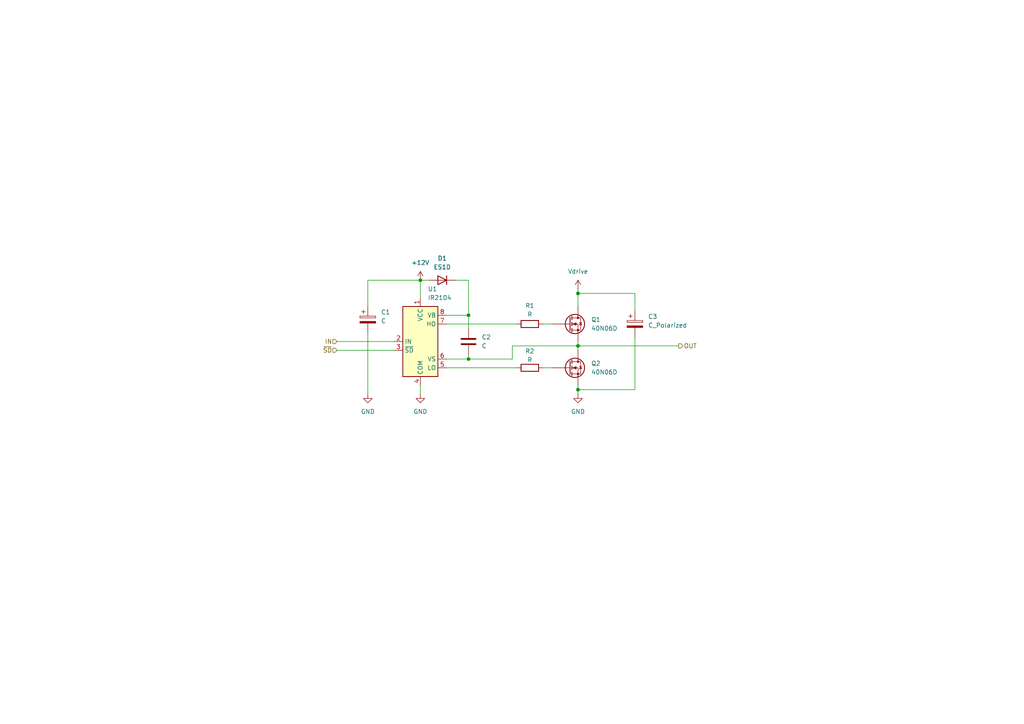
<source format=kicad_sch>
(kicad_sch (version 20250114) (generator "eeschema") (generator_version "9.0")
  (paper "A4")
  (lib_symbols
    (symbol "Device:C" (pin_numbers (hide yes)) (pin_names (offset 0.254))
      (property "Reference" "C" (at 0.635 2.54 0))
      (property "Value" "C" (at 0.635 -2.54 0))
      (symbol "C_0_1"
        (polyline (pts (xy -2.032 0.762) (xy 2.032 0.762)) (stroke (width 0.508)))
        (polyline (pts (xy -2.032 -0.762) (xy 2.032 -0.762)) (stroke (width 0.508)))
      )
      (symbol "C_1_1"
        (pin passive line (at 0 3.81 270) (length 2.794) (name "~") (number "1"))
        (pin passive line (at 0 -3.81 90) (length 2.794) (name "~") (number "2"))
      )
    )
    (symbol "Device:C_Polarized" (pin_numbers (hide yes)) (pin_names (offset 0.254))
      (property "Reference" "C" (at 0.635 2.54 0))
      (property "Value" "C_Polarized" (at 0.635 -2.54 0))
      (symbol "C_Polarized_0_1"
        (rectangle (start -2.286 0.508) (end 2.286 1.016))
        (polyline (pts (xy -1.778 2.286) (xy -0.762 2.286)))
        (polyline (pts (xy -1.27 2.794) (xy -1.27 1.778)))
        (rectangle (start 2.286 -0.508) (end -2.286 -1.016) (fill (type outline)))
      )
      (symbol "C_Polarized_1_1"
        (pin passive line (at 0 3.81 270) (length 2.794) (name "~") (number "1"))
        (pin passive line (at 0 -3.81 90) (length 2.794) (name "~") (number "2"))
      )
    )
    (symbol "Device:D" (pin_numbers (hide yes)) (pin_names (offset 1.016) (hide yes))
      (property "Reference" "D" (at 0 2.54 0))
      (property "Value" "D" (at 0 -2.54 0))
      (symbol "D_0_1"
        (polyline (pts (xy -1.27 1.27) (xy -1.27 -1.27)) (stroke (width 0.254)))
        (polyline (pts (xy 1.27 1.27) (xy 1.27 -1.27) (xy -1.27 0) (xy 1.27 1.27)) (stroke (width 0.254)))
        (polyline (pts (xy 1.27 0) (xy -1.27 0)))
      )
      (symbol "D_1_1"
        (pin passive line (at -3.81 0 0) (length 2.54) (name "K") (number "1"))
        (pin passive line (at 3.81 0 180) (length 2.54) (name "A") (number "2"))
      )
    )
    (symbol "Device:Q_NMOS" (pin_numbers (hide yes)) (pin_names (offset 0) (hide yes))
      (property "Reference" "Q" (at 5.08 1.27 0))
      (property "Value" "Q_NMOS" (at 5.08 -1.27 0))
      (symbol "Q_NMOS_0_1"
        (polyline (pts (xy 0.254 1.905) (xy 0.254 -1.905)) (stroke (width 0.254)))
        (polyline (pts (xy 0.254 0) (xy -2.54 0)))
        (polyline (pts (xy 0.762 2.286) (xy 0.762 1.27)) (stroke (width 0.254)))
        (polyline (pts (xy 0.762 0.508) (xy 0.762 -0.508)) (stroke (width 0.254)))
        (polyline (pts (xy 0.762 -1.27) (xy 0.762 -2.286)) (stroke (width 0.254)))
        (polyline (pts (xy 0.762 -1.778) (xy 3.302 -1.778) (xy 3.302 1.778) (xy 0.762 1.778)))
        (polyline (pts (xy 1.016 0) (xy 2.032 0.381) (xy 2.032 -0.381) (xy 1.016 0)) (fill (type outline)))
        (circle (center 1.651 0) (radius 2.794) (stroke (width 0.254)))
        (polyline (pts (xy 2.54 2.54) (xy 2.54 1.778)))
        (circle (center 2.54 1.778) (radius 0.254) (fill (type outline)))
        (circle (center 2.54 -1.778) (radius 0.254) (fill (type outline)))
        (polyline (pts (xy 2.54 -2.54) (xy 2.54 0) (xy 0.762 0)))
        (polyline (pts (xy 2.921 0.381) (xy 3.683 0.381)))
        (polyline (pts (xy 3.302 0.381) (xy 2.921 -0.254) (xy 3.683 -0.254) (xy 3.302 0.381)))
      )
      (symbol "Q_NMOS_1_1"
        (pin input line (at -5.08 0 0) (length 2.54) (name "G") (number "G"))
        (pin passive line (at 2.54 5.08 270) (length 2.54) (name "D") (number "D"))
        (pin passive line (at 2.54 -5.08 90) (length 2.54) (name "S") (number "S"))
      )
    )
    (symbol "Device:R" (pin_numbers (hide yes)) (pin_names (offset 0))
      (property "Reference" "R" (at 2.032 0 90))
      (property "Value" "R" (at 0 0 90))
      (symbol "R_0_1"
        (rectangle (start -1.016 -2.54) (end 1.016 2.54) (stroke (width 0.254)))
      )
      (symbol "R_1_1"
        (pin passive line (at 0 3.81 270) (length 1.27) (name "~") (number "1"))
        (pin passive line (at 0 -3.81 90) (length 1.27) (name "~") (number "2"))
      )
    )
    (symbol "Driver_FET:IR2104"
      (property "Reference" "U" (at 1.27 13.335 0))
      (property "Value" "IR2104" (at 1.27 11.43 0))
      (symbol "IR2104_0_1"
        (rectangle (start -5.08 -10.16) (end 5.08 10.16) (stroke (width 0.254)) (fill (type background)))
      )
      (symbol "IR2104_1_1"
        (pin input line (at -7.62 0 0) (length 2.54) (name "IN") (number "2"))
        (pin input line (at -7.62 -2.54 0) (length 2.54) (name "~{SD}") (number "3"))
        (pin power_in line (at 0 12.7 270) (length 2.54) (name "VCC") (number "1"))
        (pin power_in line (at 0 -12.7 90) (length 2.54) (name "COM") (number "4"))
        (pin passive line (at 7.62 7.62 180) (length 2.54) (name "VB") (number "8"))
        (pin output line (at 7.62 5.08 180) (length 2.54) (name "HO") (number "7"))
        (pin passive line (at 7.62 -5.08 180) (length 2.54) (name "VS") (number "6"))
        (pin output line (at 7.62 -7.62 180) (length 2.54) (name "LO") (number "5"))
      )
    )
    (symbol "power:+12V" (power) (pin_numbers (hide yes)) (pin_names (offset 0) (hide yes))
      (property "Value" "+12V" (at 0 3.556 0))
      (symbol "+12V_0_1"
        (polyline (pts (xy -0.762 1.27) (xy 0 2.54)))
        (polyline (pts (xy 0 2.54) (xy 0.762 1.27)))
        (polyline (pts (xy 0 0) (xy 0 2.54)))
      )
      (symbol "+12V_1_1"
        (pin power_in line (at 0 0 90) (length 0) (name "~") (number "1"))
      )
    )
    (symbol "power:GND" (power) (pin_numbers (hide yes)) (pin_names (offset 0) (hide yes))
      (property "Value" "GND" (at 0 -3.81 0))
      (symbol "GND_0_1"
        (polyline (pts (xy 0 0) (xy 0 -1.27) (xy 1.27 -1.27) (xy 0 -2.54) (xy -1.27 -1.27) (xy 0 -1.27)))
      )
      (symbol "GND_1_1"
        (pin power_in line (at 0 0 270) (length 0) (name "~") (number "1"))
      )
    )
    (symbol "power:Vdrive" (power) (pin_numbers (hide yes)) (pin_names (offset 0) (hide yes))
      (property "Value" "Vdrive" (at 0 3.556 0))
      (symbol "Vdrive_0_1"
        (polyline (pts (xy -0.762 1.27) (xy 0 2.54)))
        (polyline (pts (xy 0 2.54) (xy 0.762 1.27)))
        (polyline (pts (xy 0 0) (xy 0 2.54)))
      )
      (symbol "Vdrive_1_1"
        (pin power_in line (at 0 0 90) (length 0) (name "~") (number "1"))
      )
    )
  )
  (junction (at 135.89 104.14))
  (junction (at 135.89 91.44))
  (junction (at 167.64 100.33))
  (junction (at 167.64 113.03))
  (junction (at 167.64 85.09))
  (junction (at 121.92 81.28))
  (wire (pts (xy 167.64 113.03) (xy 167.64 114.3)))
  (wire (pts (xy 184.15 85.09) (xy 167.64 85.09)))
  (wire (pts (xy 167.64 111.76) (xy 167.64 113.03)))
  (wire (pts (xy 157.48 106.68) (xy 160.02 106.68)))
  (wire (pts (xy 167.64 99.06) (xy 167.64 100.33)))
  (wire (pts (xy 106.68 81.28) (xy 121.92 81.28)))
  (wire (pts (xy 184.15 113.03) (xy 167.64 113.03)))
  (wire (pts (xy 129.54 93.98) (xy 149.86 93.98)))
  (wire (pts (xy 184.15 97.79) (xy 184.15 113.03)))
  (wire (pts (xy 121.92 81.28) (xy 124.46 81.28)))
  (wire (pts (xy 135.89 104.14) (xy 148.59 104.14)))
  (wire (pts (xy 132.08 81.28) (xy 135.89 81.28)))
  (wire (pts (xy 97.79 101.6) (xy 114.3 101.6)))
  (wire (pts (xy 148.59 104.14) (xy 148.59 100.33)))
  (wire (pts (xy 167.64 83.82) (xy 167.64 85.09)))
  (wire (pts (xy 148.59 100.33) (xy 167.64 100.33)))
  (wire (pts (xy 167.64 100.33) (xy 167.64 101.6)))
  (wire (pts (xy 106.68 96.52) (xy 106.68 114.3)))
  (wire (pts (xy 184.15 90.17) (xy 184.15 85.09)))
  (wire (pts (xy 157.48 93.98) (xy 160.02 93.98)))
  (wire (pts (xy 97.79 99.06) (xy 114.3 99.06)))
  (wire (pts (xy 135.89 102.87) (xy 135.89 104.14)))
  (wire (pts (xy 129.54 106.68) (xy 149.86 106.68)))
  (wire (pts (xy 121.92 86.36) (xy 121.92 81.28)))
  (wire (pts (xy 167.64 100.33) (xy 196.85 100.33)))
  (wire (pts (xy 106.68 88.9) (xy 106.68 81.28)))
  (wire (pts (xy 129.54 104.14) (xy 135.89 104.14)))
  (wire (pts (xy 135.89 81.28) (xy 135.89 91.44)))
  (wire (pts (xy 129.54 91.44) (xy 135.89 91.44)))
  (wire (pts (xy 135.89 95.25) (xy 135.89 91.44)))
  (wire (pts (xy 167.64 85.09) (xy 167.64 88.9)))
  (wire (pts (xy 121.92 111.76) (xy 121.92 114.3)))
  (hierarchical_label "~{SD}" (shape input) (at 97.79 101.6 180))
  (hierarchical_label "OUT" (shape output) (at 196.85 100.33 0))
  (hierarchical_label "IN" (shape input) (at 97.79 99.06 180))
  (symbol (lib_id "power:Vdrive") (at 167.64 83.82 0) (unit 1)
    (property "Reference" "#PWR04" (effects (hide yes)))
    (property "Value" "Vdrive" (at 167.64 78.74 0))
    (property "Description" "Power symbol creates a global label with name \"Vdrive\"" (effects (hide yes)))
  )
  (symbol (lib_id "Device:R") (at 153.67 106.68 90) (unit 1)
    (property "Reference" "R2" (at 153.67 101.854 90))
    (property "Value" "R" (at 153.67 104.394 90))
    (property "Footprint" "Resistor_SMD:R_0603_1608Metric" (effects (hide yes)))
    (property "Description" "Resistor" (effects (hide yes)))
  )
  (symbol (lib_id "Device:Q_NMOS") (at 165.1 93.98 0) (unit 1)
    (property "Reference" "Q1" (at 171.45 92.7099 0) (effects (justify left)))
    (property "Value" "40N06D" (at 171.45 95.2499 0) (effects (justify left)))
    (property "Datasheet" "https://wmsc.lcsc.com/wmsc/upload/file/pdf/v2/lcsc/2308251151_HL-40N06D_C7543836.pdf" (effects (hide yes)))
    (property "Description" "N-MOSFET transistor" (effects (hide yes)))
    (property "LCSC Part #" "C7543836" (effects (hide yes)))
  )
  (symbol (lib_id "Device:Q_NMOS") (at 165.1 106.68 0) (unit 1)
    (property "Reference" "Q2" (at 171.45 105.4099 0) (effects (justify left)))
    (property "Value" "40N06D" (at 171.45 107.9499 0) (effects (justify left)))
    (property "Datasheet" "https://wmsc.lcsc.com/wmsc/upload/file/pdf/v2/lcsc/2308251151_HL-40N06D_C7543836.pdf" (effects (hide yes)))
    (property "Description" "N-MOSFET transistor" (effects (hide yes)))
    (property "LCSC Part #" "C7543836" (effects (hide yes)))
  )
  (symbol (lib_id "power:GND") (at 121.92 114.3 0) (unit 1)
    (property "Reference" "#PWR03" (effects (hide yes)))
    (property "Value" "GND" (at 121.92 119.38 0))
    (property "Description" "Power symbol creates a global label with name \"GND\" , ground" (effects (hide yes)))
  )
  (symbol (lib_id "Device:R") (at 153.67 93.98 90) (unit 1)
    (property "Reference" "R1" (at 153.67 88.646 90))
    (property "Value" "R" (at 153.67 91.186 90))
    (property "Footprint" "Resistor_SMD:R_0603_1608Metric" (effects (hide yes)))
    (property "Description" "Resistor" (effects (hide yes)))
  )
  (symbol (lib_id "power:GND") (at 106.68 114.3 0) (unit 1)
    (property "Reference" "#PWR01" (effects (hide yes)))
    (property "Value" "GND" (at 106.68 119.38 0))
    (property "Description" "Power symbol creates a global label with name \"GND\" , ground" (effects (hide yes)))
  )
  (symbol (lib_id "Driver_FET:IR2104") (at 121.92 99.06 0) (unit 1)
    (property "Reference" "U1" (at 124.0633 83.82 0) (effects (justify left)))
    (property "Value" "IR2104" (at 124.0633 86.36 0) (effects (justify left)))
    (property "Footprint" "Package_SO:SOIC-8_3.9x4.9mm_P1.27mm" (effects (hide yes)))
    (property "Datasheet" "https://www.infineon.com/dgdl/ir2104.pdf?fileId=5546d462533600a4015355c7c1c31671" (effects (hide yes)))
    (property "Description" "Half-Bridge Driver, 600V, 210/360mA, PDIP-8/SOIC-8" (effects (hide yes)))
  )
  (symbol (lib_id "Device:C_Polarized") (at 184.15 93.98 0) (unit 1)
    (property "Reference" "C3" (at 187.96 91.8209 0) (effects (justify left)))
    (property "Value" "C_Polarized" (at 187.96 94.3609 0) (effects (justify left)))
    (property "Description" "Polarized capacitor" (effects (hide yes)))
  )
  (symbol (lib_id "Device:C") (at 135.89 99.06 0) (unit 1)
    (property "Reference" "C2" (at 139.7 97.7899 0) (effects (justify left)))
    (property "Value" "C" (at 139.7 100.3299 0) (effects (justify left)))
    (property "Footprint" "Capacitor_SMD:C_0603_1608Metric" (effects (hide yes)))
    (property "Description" "Unpolarized capacitor" (effects (hide yes)))
  )
  (symbol (lib_id "power:+12V") (at 121.92 81.28 0) (unit 1)
    (property "Reference" "#PWR02" (effects (hide yes)))
    (property "Value" "+12V" (at 121.92 76.2 0))
    (property "Description" "Power symbol creates a global label with name \"+12V\"" (effects (hide yes)))
  )
  (symbol (lib_id "Device:C_Polarized") (at 106.68 92.71 0) (unit 1)
    (property "Reference" "C1" (at 110.49 90.5509 0) (effects (justify left)))
    (property "Value" "C" (at 110.49 93.0909 0) (effects (justify left)))
    (property "Description" "Polarized capacitor" (effects (hide yes)))
  )
  (symbol (lib_id "Device:D") (at 128.27 81.28 0) (mirror y) (unit 1)
    (property "Reference" "D1" (at 128.27 74.93 0))
    (property "Value" "ES1D" (at 128.27 77.47 0))
    (property "Footprint" "Diode_SMD:D_SMA" (effects (hide yes)))
    (property "Datasheet" "https://www.lcsc.com/datasheet/lcsc_datasheet_1809291408_Vishay-Intertech-ES1D-E3-61T_C82648.pdf" (effects (hide yes)))
    (property "Description" "Diode" (effects (hide yes)))
    (property "Sim.Device" "D" (effects (hide yes)))
    (property "Sim.Pins" "1=K 2=A" (effects (hide yes)))
    (property "LCSC Part #" "C82648" (effects (hide yes)))
  )
  (symbol (lib_id "power:GND") (at 167.64 114.3 0) (unit 1)
    (property "Reference" "#PWR05" (effects (hide yes)))
    (property "Value" "GND" (at 167.64 119.38 0))
    (property "Description" "Power symbol creates a global label with name \"GND\" , ground" (effects (hide yes)))
  )
)
</source>
